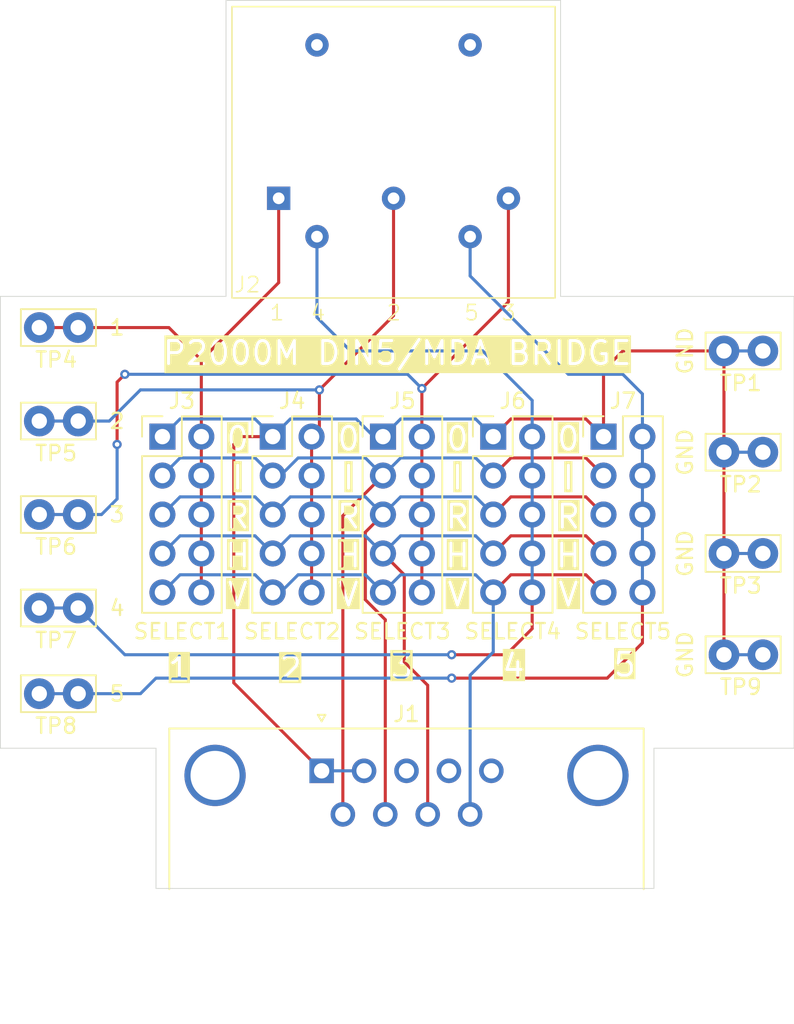
<source format=kicad_pcb>
(kicad_pcb (version 20240108) (generator "pcbnew") (generator_version "8.0")
  (layers (0 "F.Cu" signal) (31 "B.Cu" signal) (34 "B.Paste" user) (35 "F.Paste" user) (36 "B.SilkS" user "B.Silkscreen") (37 "F.SilkS" user "F.Silkscreen") (38 "B.Mask" user) (39 "F.Mask" user) (44 "Edge.Cuts" user))
  (net 0 "")
  (net 1 "1")
  (net 2 "GND")
  (net 3 "H")
  (net 4 "I")
  (net 5 "P")
  (net 6 "V")
  (net 7 "2")
  (net 8 "3")
  (net 9 "4")
  (net 10 "5")
  (footprint "Connector_PinHeader_2.54mm:PinHeader_2x05_P2.54mm_Vertical" (layer "F.Cu") (at 49.452 47.752)
    (property "Reference" "J6" (at 1.27 -2.33 0) (layer "F.SilkS"))
    (property "Value" "SELECT4" (at 1.27 12.7 0) (layer "F.SilkS"))
    (fp_line (start -1.33 -1.33) (end 0 -1.33) (stroke (width 0.12)) (layer "F.SilkS"))
    (fp_line (start -1.33 0) (end -1.33 -1.33) (stroke (width 0.12)) (layer "F.SilkS"))
    (fp_line (start -1.33 1.27) (end -1.33 11.49) (stroke (width 0.12)) (layer "F.SilkS"))
    (fp_line (start -1.33 1.27) (end 1.27 1.27) (stroke (width 0.12)) (layer "F.SilkS"))
    (fp_line (start -1.33 11.49) (end 3.87 11.49) (stroke (width 0.12)) (layer "F.SilkS"))
    (fp_line (start 1.27 -1.33) (end 3.87 -1.33) (stroke (width 0.12)) (layer "F.SilkS"))
    (fp_line (start 1.27 1.27) (end 1.27 -1.33) (stroke (width 0.12)) (layer "F.SilkS"))
    (fp_line (start 3.87 -1.33) (end 3.87 11.49) (stroke (width 0.12)) (layer "F.SilkS"))
    (pad "1" thru_hole rect (at 0 0) (size 1.7 1.7) (drill 1) (layers "*.Cu" "*.Mask") (net 2 "GND"))
    (pad "2" thru_hole oval (at 2.54 0) (size 1.7 1.7) (drill 1) (layers "*.Cu" "*.Mask") (net 9 "4"))
    (pad "3" thru_hole oval (at 0 2.54) (size 1.7 1.7) (drill 1) (layers "*.Cu" "*.Mask") (net 4 "I"))
    (pad "4" thru_hole oval (at 2.54 2.54) (size 1.7 1.7) (drill 1) (layers "*.Cu" "*.Mask") (net 9 "4"))
    (pad "5" thru_hole oval (at 0 5.08) (size 1.7 1.7) (drill 1) (layers "*.Cu" "*.Mask") (net 5 "P"))
    (pad "6" thru_hole oval (at 2.54 5.08) (size 1.7 1.7) (drill 1) (layers "*.Cu" "*.Mask") (net 9 "4"))
    (pad "7" thru_hole oval (at 0 7.62) (size 1.7 1.7) (drill 1) (layers "*.Cu" "*.Mask") (net 3 "H"))
    (pad "8" thru_hole oval (at 2.54 7.62) (size 1.7 1.7) (drill 1) (layers "*.Cu" "*.Mask") (net 9 "4"))
    (pad "9" thru_hole oval (at 0 10.16) (size 1.7 1.7) (drill 1) (layers "*.Cu" "*.Mask") (net 6 "V"))
    (pad "10" thru_hole oval (at 2.54 10.16) (size 1.7 1.7) (drill 1) (layers "*.Cu" "*.Mask") (net 9 "4"))
  )
  (footprint "TestPoint:TestPoint_Bridge_Pitch2.54mm_Drill1.0mm" (layer "F.Cu") (at 64.516 48.768)
    (property "Reference" "TP2" (at 1.1 2.1 0) (layer "F.SilkS"))
    (property "Value" "GND" (at -2.54 0 90) (layer "F.SilkS"))
    (fp_line (start -1.2 -1.2) (end -1.2 1.2) (stroke (width 0.12)) (layer "F.SilkS"))
    (fp_line (start -1.2 1.2) (end 3.7 1.2) (stroke (width 0.12)) (layer "F.SilkS"))
    (fp_line (start 3.7 -1.2) (end -1.2 -1.2) (stroke (width 0.12)) (layer "F.SilkS"))
    (fp_line (start 3.7 1.2) (end 3.7 -1.2) (stroke (width 0.12)) (layer "F.SilkS"))
    (pad "1" thru_hole circle (at 0 0) (size 2 2) (drill 1) (layers "*.Cu" "*.Mask") (net 2 "GND"))
    (pad "1" thru_hole circle (at 2.54 0) (size 2 2) (drill 1) (layers "*.Cu" "*.Mask") (net 2 "GND"))
  )
  (footprint "TestPoint:TestPoint_Bridge_Pitch2.54mm_Drill1.0mm" (layer "F.Cu") (at 19.812 64.516)
    (property "Reference" "TP8" (at 1.1 2.1 0) (layer "F.SilkS"))
    (property "Value" "5" (at 5.08 0 0) (layer "F.SilkS"))
    (fp_line (start -1.2 -1.2) (end -1.2 1.2) (stroke (width 0.12)) (layer "F.SilkS"))
    (fp_line (start -1.2 1.2) (end 3.7 1.2) (stroke (width 0.12)) (layer "F.SilkS"))
    (fp_line (start 3.7 -1.2) (end -1.2 -1.2) (stroke (width 0.12)) (layer "F.SilkS"))
    (fp_line (start 3.7 1.2) (end 3.7 -1.2) (stroke (width 0.12)) (layer "F.SilkS"))
    (pad "1" thru_hole circle (at 0 0) (size 2 2) (drill 1) (layers "*.Cu" "*.Mask") (net 10 "5"))
    (pad "1" thru_hole circle (at 2.54 0) (size 2 2) (drill 1) (layers "*.Cu" "*.Mask") (net 10 "5"))
  )
  (footprint "Connector_PinHeader_2.54mm:PinHeader_2x05_P2.54mm_Vertical" (layer "F.Cu") (at 56.652 47.752)
    (property "Reference" "J7" (at 1.27 -2.33 0) (layer "F.SilkS"))
    (property "Value" "SELECT5" (at 1.27 12.7 0) (layer "F.SilkS"))
    (fp_line (start -1.33 -1.33) (end 0 -1.33) (stroke (width 0.12)) (layer "F.SilkS"))
    (fp_line (start -1.33 0) (end -1.33 -1.33) (stroke (width 0.12)) (layer "F.SilkS"))
    (fp_line (start -1.33 1.27) (end -1.33 11.49) (stroke (width 0.12)) (layer "F.SilkS"))
    (fp_line (start -1.33 1.27) (end 1.27 1.27) (stroke (width 0.12)) (layer "F.SilkS"))
    (fp_line (start -1.33 11.49) (end 3.87 11.49) (stroke (width 0.12)) (layer "F.SilkS"))
    (fp_line (start 1.27 -1.33) (end 3.87 -1.33) (stroke (width 0.12)) (layer "F.SilkS"))
    (fp_line (start 1.27 1.27) (end 1.27 -1.33) (stroke (width 0.12)) (layer "F.SilkS"))
    (fp_line (start 3.87 -1.33) (end 3.87 11.49) (stroke (width 0.12)) (layer "F.SilkS"))
    (pad "1" thru_hole rect (at 0 0) (size 1.7 1.7) (drill 1) (layers "*.Cu" "*.Mask") (net 2 "GND"))
    (pad "2" thru_hole oval (at 2.54 0) (size 1.7 1.7) (drill 1) (layers "*.Cu" "*.Mask") (net 10 "5"))
    (pad "3" thru_hole oval (at 0 2.54) (size 1.7 1.7) (drill 1) (layers "*.Cu" "*.Mask") (net 4 "I"))
    (pad "4" thru_hole oval (at 2.54 2.54) (size 1.7 1.7) (drill 1) (layers "*.Cu" "*.Mask") (net 10 "5"))
    (pad "5" thru_hole oval (at 0 5.08) (size 1.7 1.7) (drill 1) (layers "*.Cu" "*.Mask") (net 5 "P"))
    (pad "6" thru_hole oval (at 2.54 5.08) (size 1.7 1.7) (drill 1) (layers "*.Cu" "*.Mask") (net 10 "5"))
    (pad "7" thru_hole oval (at 0 7.62) (size 1.7 1.7) (drill 1) (layers "*.Cu" "*.Mask") (net 3 "H"))
    (pad "8" thru_hole oval (at 2.54 7.62) (size 1.7 1.7) (drill 1) (layers "*.Cu" "*.Mask") (net 10 "5"))
    (pad "9" thru_hole oval (at 0 10.16) (size 1.7 1.7) (drill 1) (layers "*.Cu" "*.Mask") (net 6 "V"))
    (pad "10" thru_hole oval (at 2.54 10.16) (size 1.7 1.7) (drill 1) (layers "*.Cu" "*.Mask") (net 10 "5"))
  )
  (footprint "TestPoint:TestPoint_Bridge_Pitch2.54mm_Drill1.0mm" (layer "F.Cu") (at 64.516 55.372)
    (property "Reference" "TP3" (at 1.1 2.1 0) (layer "F.SilkS"))
    (property "Value" "GND" (at -2.54 0 90) (layer "F.SilkS"))
    (fp_line (start -1.2 -1.2) (end -1.2 1.2) (stroke (width 0.12)) (layer "F.SilkS"))
    (fp_line (start -1.2 1.2) (end 3.7 1.2) (stroke (width 0.12)) (layer "F.SilkS"))
    (fp_line (start 3.7 -1.2) (end -1.2 -1.2) (stroke (width 0.12)) (layer "F.SilkS"))
    (fp_line (start 3.7 1.2) (end 3.7 -1.2) (stroke (width 0.12)) (layer "F.SilkS"))
    (pad "1" thru_hole circle (at 0 0) (size 2 2) (drill 1) (layers "*.Cu" "*.Mask") (net 2 "GND"))
    (pad "1" thru_hole circle (at 2.54 0) (size 2 2) (drill 1) (layers "*.Cu" "*.Mask") (net 2 "GND"))
  )
  (footprint "TestPoint:TestPoint_Bridge_Pitch2.54mm_Drill1.0mm" (layer "F.Cu") (at 19.812 46.736)
    (property "Reference" "TP5" (at 1.1 2.1 0) (layer "F.SilkS"))
    (property "Value" "2" (at 5.08 0 0) (layer "F.SilkS"))
    (fp_line (start -1.2 -1.2) (end -1.2 1.2) (stroke (width 0.12)) (layer "F.SilkS"))
    (fp_line (start -1.2 1.2) (end 3.7 1.2) (stroke (width 0.12)) (layer "F.SilkS"))
    (fp_line (start 3.7 -1.2) (end -1.2 -1.2) (stroke (width 0.12)) (layer "F.SilkS"))
    (fp_line (start 3.7 1.2) (end 3.7 -1.2) (stroke (width 0.12)) (layer "F.SilkS"))
    (pad "1" thru_hole circle (at 0 0) (size 2 2) (drill 1) (layers "*.Cu" "*.Mask") (net 7 "2"))
    (pad "1" thru_hole circle (at 2.54 0) (size 2 2) (drill 1) (layers "*.Cu" "*.Mask") (net 7 "2"))
  )
  (footprint "Connector_PinHeader_2.54mm:PinHeader_2x05_P2.54mm_Vertical" (layer "F.Cu") (at 27.852 47.752)
    (property "Reference" "J3" (at 1.27 -2.33 0) (layer "F.SilkS"))
    (property "Value" "SELECT1" (at 1.27 12.7 0) (layer "F.SilkS"))
    (fp_line (start -1.33 -1.33) (end 0 -1.33) (stroke (width 0.12)) (layer "F.SilkS"))
    (fp_line (start -1.33 0) (end -1.33 -1.33) (stroke (width 0.12)) (layer "F.SilkS"))
    (fp_line (start -1.33 1.27) (end -1.33 11.49) (stroke (width 0.12)) (layer "F.SilkS"))
    (fp_line (start -1.33 1.27) (end 1.27 1.27) (stroke (width 0.12)) (layer "F.SilkS"))
    (fp_line (start -1.33 11.49) (end 3.87 11.49) (stroke (width 0.12)) (layer "F.SilkS"))
    (fp_line (start 1.27 -1.33) (end 3.87 -1.33) (stroke (width 0.12)) (layer "F.SilkS"))
    (fp_line (start 1.27 1.27) (end 1.27 -1.33) (stroke (width 0.12)) (layer "F.SilkS"))
    (fp_line (start 3.87 -1.33) (end 3.87 11.49) (stroke (width 0.12)) (layer "F.SilkS"))
    (pad "1" thru_hole rect (at 0 0) (size 1.7 1.7) (drill 1) (layers "*.Cu" "*.Mask") (net 2 "GND"))
    (pad "2" thru_hole oval (at 2.54 0) (size 1.7 1.7) (drill 1) (layers "*.Cu" "*.Mask") (net 1 "1"))
    (pad "3" thru_hole oval (at 0 2.54) (size 1.7 1.7) (drill 1) (layers "*.Cu" "*.Mask") (net 4 "I"))
    (pad "4" thru_hole oval (at 2.54 2.54) (size 1.7 1.7) (drill 1) (layers "*.Cu" "*.Mask") (net 1 "1"))
    (pad "5" thru_hole oval (at 0 5.08) (size 1.7 1.7) (drill 1) (layers "*.Cu" "*.Mask") (net 5 "P"))
    (pad "6" thru_hole oval (at 2.54 5.08) (size 1.7 1.7) (drill 1) (layers "*.Cu" "*.Mask") (net 1 "1"))
    (pad "7" thru_hole oval (at 0 7.62) (size 1.7 1.7) (drill 1) (layers "*.Cu" "*.Mask") (net 3 "H"))
    (pad "8" thru_hole oval (at 2.54 7.62) (size 1.7 1.7) (drill 1) (layers "*.Cu" "*.Mask") (net 1 "1"))
    (pad "9" thru_hole oval (at 0 10.16) (size 1.7 1.7) (drill 1) (layers "*.Cu" "*.Mask") (net 6 "V"))
    (pad "10" thru_hole oval (at 2.54 10.16) (size 1.7 1.7) (drill 1) (layers "*.Cu" "*.Mask") (net 1 "1"))
  )
  (footprint "Connector_PinHeader_2.54mm:PinHeader_2x05_P2.54mm_Vertical" (layer "F.Cu") (at 35.052 47.752)
    (property "Reference" "J4" (at 1.27 -2.33 0) (layer "F.SilkS"))
    (property "Value" "SELECT2" (at 1.27 12.7 0) (layer "F.SilkS"))
    (fp_line (start -1.33 -1.33) (end 0 -1.33) (stroke (width 0.12)) (layer "F.SilkS"))
    (fp_line (start -1.33 0) (end -1.33 -1.33) (stroke (width 0.12)) (layer "F.SilkS"))
    (fp_line (start -1.33 1.27) (end -1.33 11.49) (stroke (width 0.12)) (layer "F.SilkS"))
    (fp_line (start -1.33 1.27) (end 1.27 1.27) (stroke (width 0.12)) (layer "F.SilkS"))
    (fp_line (start -1.33 11.49) (end 3.87 11.49) (stroke (width 0.12)) (layer "F.SilkS"))
    (fp_line (start 1.27 -1.33) (end 3.87 -1.33) (stroke (width 0.12)) (layer "F.SilkS"))
    (fp_line (start 1.27 1.27) (end 1.27 -1.33) (stroke (width 0.12)) (layer "F.SilkS"))
    (fp_line (start 3.87 -1.33) (end 3.87 11.49) (stroke (width 0.12)) (layer "F.SilkS"))
    (pad "1" thru_hole rect (at 0 0) (size 1.7 1.7) (drill 1) (layers "*.Cu" "*.Mask") (net 2 "GND"))
    (pad "2" thru_hole oval (at 2.54 0) (size 1.7 1.7) (drill 1) (layers "*.Cu" "*.Mask") (net 7 "2"))
    (pad "3" thru_hole oval (at 0 2.54) (size 1.7 1.7) (drill 1) (layers "*.Cu" "*.Mask") (net 4 "I"))
    (pad "4" thru_hole oval (at 2.54 2.54) (size 1.7 1.7) (drill 1) (layers "*.Cu" "*.Mask") (net 7 "2"))
    (pad "5" thru_hole oval (at 0 5.08) (size 1.7 1.7) (drill 1) (layers "*.Cu" "*.Mask") (net 5 "P"))
    (pad "6" thru_hole oval (at 2.54 5.08) (size 1.7 1.7) (drill 1) (layers "*.Cu" "*.Mask") (net 7 "2"))
    (pad "7" thru_hole oval (at 0 7.62) (size 1.7 1.7) (drill 1) (layers "*.Cu" "*.Mask") (net 3 "H"))
    (pad "8" thru_hole oval (at 2.54 7.62) (size 1.7 1.7) (drill 1) (layers "*.Cu" "*.Mask") (net 7 "2"))
    (pad "9" thru_hole oval (at 0 10.16) (size 1.7 1.7) (drill 1) (layers "*.Cu" "*.Mask") (net 6 "V"))
    (pad "10" thru_hole oval (at 2.54 10.16) (size 1.7 1.7) (drill 1) (layers "*.Cu" "*.Mask") (net 7 "2"))
  )
  (footprint "Connector_Dsub:DSUB-9_Male_Horizontal_P2.77x2.84mm_EdgePinOffset4.94mm_Housed_MountingHolesOffset7.48mm" (layer "F.Cu") (at 38.2475 69.545)
    (property "Reference" "J1" (at 5.54 -3.7 0) (layer "F.SilkS"))
    (property "Value" "DE9_Receptacle")
    (fp_line (start -9.945 -2.76) (end 21.025 -2.76) (stroke (width 0.12)) (layer "F.SilkS"))
    (fp_line (start -9.945 7.72) (end -9.945 -2.76) (stroke (width 0.12)) (layer "F.SilkS"))
    (fp_line (start -0.25 -3.654338) (end 0.25 -3.654338) (stroke (width 0.12)) (layer "F.SilkS"))
    (fp_line (start 0 -3.221325) (end -0.25 -3.654338) (stroke (width 0.12)) (layer "F.SilkS"))
    (fp_line (start 0.25 -3.654338) (end 0 -3.221325) (stroke (width 0.12)) (layer "F.SilkS"))
    (fp_line (start 21.025 -2.76) (end 21.025 7.72) (stroke (width 0.12)) (layer "F.SilkS"))
    (pad "0" thru_hole circle (at -6.96 0.3) (size 4 4) (drill 3.2) (layers "*.Cu" "*.Mask"))
    (pad "0" thru_hole circle (at 18.04 0.3) (size 4 4) (drill 3.2) (layers "*.Cu" "*.Mask"))
    (pad "1" thru_hole rect (at 0 0) (size 1.6 1.6) (drill 1) (layers "*.Cu" "*.Mask") (net 2 "GND"))
    (pad "2" thru_hole circle (at 2.77 0) (size 1.6 1.6) (drill 1) (layers "*.Cu" "*.Mask") (net 2 "GND"))
    (pad "3" thru_hole circle (at 5.54 0) (size 1.6 1.6) (drill 1) (layers "*.Cu" "*.Mask"))
    (pad "4" thru_hole circle (at 8.31 0) (size 1.6 1.6) (drill 1) (layers "*.Cu" "*.Mask"))
    (pad "5" thru_hole circle (at 11.08 0) (size 1.6 1.6) (drill 1) (layers "*.Cu" "*.Mask"))
    (pad "6" thru_hole circle (at 1.385 2.84) (size 1.6 1.6) (drill 1) (layers "*.Cu" "*.Mask") (net 4 "I"))
    (pad "7" thru_hole circle (at 4.155 2.84) (size 1.6 1.6) (drill 1) (layers "*.Cu" "*.Mask") (net 5 "P"))
    (pad "8" thru_hole circle (at 6.925 2.84) (size 1.6 1.6) (drill 1) (layers "*.Cu" "*.Mask") (net 3 "H"))
    (pad "9" thru_hole circle (at 9.695 2.84) (size 1.6 1.6) (drill 1) (layers "*.Cu" "*.Mask") (net 6 "V"))
  )
  (footprint "Connector_PinHeader_2.54mm:PinHeader_2x05_P2.54mm_Vertical" (layer "F.Cu") (at 42.252 47.752)
    (property "Reference" "J5" (at 1.27 -2.33 0) (layer "F.SilkS"))
    (property "Value" "SELECT3" (at 1.27 12.7 0) (layer "F.SilkS"))
    (fp_line (start -1.33 -1.33) (end 0 -1.33) (stroke (width 0.12)) (layer "F.SilkS"))
    (fp_line (start -1.33 0) (end -1.33 -1.33) (stroke (width 0.12)) (layer "F.SilkS"))
    (fp_line (start -1.33 1.27) (end -1.33 11.49) (stroke (width 0.12)) (layer "F.SilkS"))
    (fp_line (start -1.33 1.27) (end 1.27 1.27) (stroke (width 0.12)) (layer "F.SilkS"))
    (fp_line (start -1.33 11.49) (end 3.87 11.49) (stroke (width 0.12)) (layer "F.SilkS"))
    (fp_line (start 1.27 -1.33) (end 3.87 -1.33) (stroke (width 0.12)) (layer "F.SilkS"))
    (fp_line (start 1.27 1.27) (end 1.27 -1.33) (stroke (width 0.12)) (layer "F.SilkS"))
    (fp_line (start 3.87 -1.33) (end 3.87 11.49) (stroke (width 0.12)) (layer "F.SilkS"))
    (pad "1" thru_hole rect (at 0 0) (size 1.7 1.7) (drill 1) (layers "*.Cu" "*.Mask") (net 2 "GND"))
    (pad "2" thru_hole oval (at 2.54 0) (size 1.7 1.7) (drill 1) (layers "*.Cu" "*.Mask") (net 8 "3"))
    (pad "3" thru_hole oval (at 0 2.54) (size 1.7 1.7) (drill 1) (layers "*.Cu" "*.Mask") (net 4 "I"))
    (pad "4" thru_hole oval (at 2.54 2.54) (size 1.7 1.7) (drill 1) (layers "*.Cu" "*.Mask") (net 8 "3"))
    (pad "5" thru_hole oval (at 0 5.08) (size 1.7 1.7) (drill 1) (layers "*.Cu" "*.Mask") (net 5 "P"))
    (pad "6" thru_hole oval (at 2.54 5.08) (size 1.7 1.7) (drill 1) (layers "*.Cu" "*.Mask") (net 8 "3"))
    (pad "7" thru_hole oval (at 0 7.62) (size 1.7 1.7) (drill 1) (layers "*.Cu" "*.Mask") (net 3 "H"))
    (pad "8" thru_hole oval (at 2.54 7.62) (size 1.7 1.7) (drill 1) (layers "*.Cu" "*.Mask") (net 8 "3"))
    (pad "9" thru_hole oval (at 0 10.16) (size 1.7 1.7) (drill 1) (layers "*.Cu" "*.Mask") (net 6 "V"))
    (pad "10" thru_hole oval (at 2.54 10.16) (size 1.7 1.7) (drill 1) (layers "*.Cu" "*.Mask") (net 8 "3"))
  )
  (footprint "TestPoint:TestPoint_Bridge_Pitch2.54mm_Drill1.0mm" (layer "F.Cu") (at 19.812 58.928)
    (property "Reference" "TP7" (at 1.1 2.1 0) (layer "F.SilkS"))
    (property "Value" "4" (at 5.08 0 0) (layer "F.SilkS"))
    (fp_line (start -1.2 -1.2) (end -1.2 1.2) (stroke (width 0.12)) (layer "F.SilkS"))
    (fp_line (start -1.2 1.2) (end 3.7 1.2) (stroke (width 0.12)) (layer "F.SilkS"))
    (fp_line (start 3.7 -1.2) (end -1.2 -1.2) (stroke (width 0.12)) (layer "F.SilkS"))
    (fp_line (start 3.7 1.2) (end 3.7 -1.2) (stroke (width 0.12)) (layer "F.SilkS"))
    (pad "1" thru_hole circle (at 0 0) (size 2 2) (drill 1) (layers "*.Cu" "*.Mask") (net 9 "4"))
    (pad "1" thru_hole circle (at 2.54 0) (size 2 2) (drill 1) (layers "*.Cu" "*.Mask") (net 9 "4"))
  )
  (footprint "TestPoint:TestPoint_Bridge_Pitch2.54mm_Drill1.0mm" (layer "F.Cu") (at 64.516 42.164)
    (property "Reference" "TP1" (at 1.1 2.1 0) (layer "F.SilkS"))
    (property "Value" "GND" (at -2.54 0 90) (layer "F.SilkS"))
    (fp_line (start -1.2 -1.2) (end -1.2 1.2) (stroke (width 0.12)) (layer "F.SilkS"))
    (fp_line (start -1.2 1.2) (end 3.7 1.2) (stroke (width 0.12)) (layer "F.SilkS"))
    (fp_line (start 3.7 -1.2) (end -1.2 -1.2) (stroke (width 0.12)) (layer "F.SilkS"))
    (fp_line (start 3.7 1.2) (end 3.7 -1.2) (stroke (width 0.12)) (layer "F.SilkS"))
    (pad "1" thru_hole circle (at 0 0) (size 2 2) (drill 1) (layers "*.Cu" "*.Mask") (net 2 "GND"))
    (pad "1" thru_hole circle (at 2.54 0) (size 2 2) (drill 1) (layers "*.Cu" "*.Mask") (net 2 "GND"))
  )
  (footprint "din5-socket:DIN5" (layer "F.Cu") (at 42.9425 32.21)
    (property "Reference" "J2" (at -9.5415 5.636 0) (layer "F.SilkS") (effects (font (thickness 0.1))))
    (property "Value" "DIN-5_180degree")
    (fp_rect (start -10.55 -12.5) (end 10.55 6.5) (stroke (width 0.1)) (fill none) (layer "F.SilkS"))
    (pad "" thru_hole circle (at -5 -10) (size 1.524 1.524) (drill 0.762) (layers "*.Cu" "*.Mask"))
    (pad "" thru_hole circle (at 5 -10) (size 1.524 1.524) (drill 0.762) (layers "*.Cu" "*.Mask"))
    (pad "1" thru_hole rect (at -7.5 0) (size 1.524 1.524) (drill 0.762) (layers "*.Cu" "*.Mask") (net 1 "1"))
    (pad "2" thru_hole circle (at 0 0) (size 1.524 1.524) (drill 0.762) (layers "*.Cu" "*.Mask") (net 7 "2"))
    (pad "3" thru_hole circle (at 7.5 0) (size 1.524 1.524) (drill 0.762) (layers "*.Cu" "*.Mask") (net 8 "3"))
    (pad "4" thru_hole circle (at -5 2.5) (size 1.524 1.524) (drill 0.762) (layers "*.Cu" "*.Mask") (net 9 "4"))
    (pad "5" thru_hole circle (at 5 2.5) (size 1.524 1.524) (drill 0.762) (layers "*.Cu" "*.Mask") (net 10 "5"))
  )
  (footprint "TestPoint:TestPoint_Bridge_Pitch2.54mm_Drill1.0mm" (layer "F.Cu") (at 19.812 52.832)
    (property "Reference" "TP6" (at 1.1 2.1 0) (layer "F.SilkS"))
    (property "Value" "3" (at 5.08 0 0) (layer "F.SilkS"))
    (fp_line (start -1.2 -1.2) (end -1.2 1.2) (stroke (width 0.12)) (layer "F.SilkS"))
    (fp_line (start -1.2 1.2) (end 3.7 1.2) (stroke (width 0.12)) (layer "F.SilkS"))
    (fp_line (start 3.7 -1.2) (end -1.2 -1.2) (stroke (width 0.12)) (layer "F.SilkS"))
    (fp_line (start 3.7 1.2) (end 3.7 -1.2) (stroke (width 0.12)) (layer "F.SilkS"))
    (pad "1" thru_hole circle (at 0 0) (size 2 2) (drill 1) (layers "*.Cu" "*.Mask") (net 8 "3"))
    (pad "1" thru_hole circle (at 2.54 0) (size 2 2) (drill 1) (layers "*.Cu" "*.Mask") (net 8 "3"))
  )
  (footprint "TestPoint:TestPoint_Bridge_Pitch2.54mm_Drill1.0mm" (layer "F.Cu") (at 64.516 61.976)
    (property "Reference" "TP9" (at 1.1 2.1 0) (layer "F.SilkS"))
    (property "Value" "GND" (at -2.54 0 90) (layer "F.SilkS"))
    (fp_line (start -1.2 -1.2) (end -1.2 1.2) (stroke (width 0.12)) (layer "F.SilkS"))
    (fp_line (start -1.2 1.2) (end 3.7 1.2) (stroke (width 0.12)) (layer "F.SilkS"))
    (fp_line (start 3.7 -1.2) (end -1.2 -1.2) (stroke (width 0.12)) (layer "F.SilkS"))
    (fp_line (start 3.7 1.2) (end 3.7 -1.2) (stroke (width 0.12)) (layer "F.SilkS"))
    (pad "1" thru_hole circle (at 0 0) (size 2 2) (drill 1) (layers "*.Cu" "*.Mask") (net 2 "GND"))
    (pad "1" thru_hole circle (at 2.54 0) (size 2 2) (drill 1) (layers "*.Cu" "*.Mask") (net 2 "GND"))
  )
  (footprint "TestPoint:TestPoint_Bridge_Pitch2.54mm_Drill1.0mm" (layer "F.Cu") (at 19.812 40.64)
    (property "Reference" "TP4" (at 1.1 2.1 0) (layer "F.SilkS"))
    (property "Value" "1" (at 5.08 0 0) (layer "F.SilkS"))
    (fp_line (start -1.2 -1.2) (end -1.2 1.2) (stroke (width 0.12)) (layer "F.SilkS"))
    (fp_line (start -1.2 1.2) (end 3.7 1.2) (stroke (width 0.12)) (layer "F.SilkS"))
    (fp_line (start 3.7 -1.2) (end -1.2 -1.2) (stroke (width 0.12)) (layer "F.SilkS"))
    (fp_line (start 3.7 1.2) (end 3.7 -1.2) (stroke (width 0.12)) (layer "F.SilkS"))
    (pad "1" thru_hole circle (at 0 0) (size 2 2) (drill 1) (layers "*.Cu" "*.Mask") (net 1 "1"))
    (pad "1" thru_hole circle (at 2.54 0) (size 2 2) (drill 1) (layers "*.Cu" "*.Mask") (net 1 "1"))
  )
  (gr_line (start 32.004 19.304) (end 32.004 38.608) (stroke (width 0.05)) (layer "Edge.Cuts"))
  (gr_line (start 17.272 68.072) (end 17.272 38.608) (stroke (width 0.05)) (layer "Edge.Cuts"))
  (gr_line (start 53.848 19.304) (end 32.004 19.304) (stroke (width 0.05)) (layer "Edge.Cuts"))
  (gr_line (start 53.848 38.608) (end 53.848 19.304) (stroke (width 0.05)) (layer "Edge.Cuts"))
  (gr_line (start 69.088 68.072) (end 69.088 38.608) (stroke (width 0.05)) (layer "Edge.Cuts"))
  (gr_line (start 32.004 38.608) (end 17.272 38.608) (stroke (width 0.05)) (layer "Edge.Cuts"))
  (gr_line (start 27.432 77.216) (end 59.944 77.216) (stroke (width 0.05)) (layer "Edge.Cuts"))
  (gr_line (start 59.944 77.216) (end 59.944 68.072) (stroke (width 0.05)) (layer "Edge.Cuts"))
  (gr_line (start 59.944 68.072) (end 69.088 68.072) (stroke (width 0.05)) (layer "Edge.Cuts"))
  (gr_line (start 69.088 38.608) (end 53.848 38.608) (stroke (width 0.05)) (layer "Edge.Cuts"))
  (gr_line (start 17.272 68.072) (end 27.432 68.072) (stroke (width 0.05)) (layer "Edge.Cuts"))
  (gr_line (start 27.432 68.072) (end 27.432 77.216) (stroke (width 0.05)) (layer "Edge.Cuts"))
  (gr_text "H" (at 54.356 56.388 0) (layer "F.SilkS" knockout) (effects (font (size 1.5 1.5) (thickness 0.2)) (justify bottom)))
  (gr_text "0" (at 47.117 48.768 0) (layer "F.SilkS" knockout) (effects (font (size 1.5 1.5) (thickness 0.2)) (justify bottom)))
  (gr_text "V" (at 54.356 58.928 0) (layer "F.SilkS" knockout) (effects (font (size 1.5 1.5) (thickness 0.2)) (justify bottom)))
  (gr_text "0" (at 54.356 48.768 0) (layer "F.SilkS" knockout) (effects (font (size 1.5 1.5) (thickness 0.2)) (justify bottom)))
  (gr_text "I" (at 32.766 51.308 0) (layer "F.SilkS" knockout) (effects (font (size 1.5 1.5) (thickness 0.2)) (justify bottom)))
  (gr_text "3" (at 43.4975 63.627 0) (layer "F.SilkS" knockout) (effects (font (size 1.5 1.5) (thickness 0.2)) (justify bottom)))
  (gr_text "V" (at 40.005 58.928 0) (layer "F.SilkS" knockout) (effects (font (size 1.5 1.5) (thickness 0.2)) (justify bottom)))
  (gr_text "0" (at 40.005 48.768 0) (layer "F.SilkS" knockout) (effects (font (size 1.5 1.5) (thickness 0.2)) (justify bottom)))
  (gr_text "2" (at 36.22675 63.754 0) (layer "F.SilkS" knockout) (effects (font (size 1.5 1.5) (thickness 0.2)) (justify bottom)))
  (gr_text "I" (at 54.356 51.308 0) (layer "F.SilkS" knockout) (effects (font (size 1.5 1.5) (thickness 0.2)) (justify bottom)))
  (gr_text "4" (at 37.465 40.259 0) (layer "F.SilkS") (effects (font (size 1 1) (thickness 0.1)) (justify left bottom)))
  (gr_text "R" (at 54.356 53.848 0) (layer "F.SilkS" knockout) (effects (font (size 1.5 1.5) (thickness 0.2)) (justify bottom)))
  (gr_text "3" (at 49.911 40.259 0) (layer "F.SilkS") (effects (font (size 1 1) (thickness 0.1)) (justify left bottom)))
  (gr_text "H" (at 32.766 56.388 0) (layer "F.SilkS" knockout) (effects (font (size 1.5 1.5) (thickness 0.2)) (justify bottom)))
  (gr_text "0" (at 32.766 48.768 0) (layer "F.SilkS" knockout) (effects (font (size 1.5 1.5) (thickness 0.2)) (justify bottom)))
  (gr_text "5" (at 47.498 40.259 0) (layer "F.SilkS") (effects (font (size 1 1) (thickness 0.1)) (justify left bottom)))
  (gr_text "R" (at 32.766 53.848 0) (layer "F.SilkS" knockout) (effects (font (size 1.5 1.5) (thickness 0.2)) (justify bottom)))
  (gr_text "H" (at 47.117 56.388 0) (layer "F.SilkS" knockout) (effects (font (size 1.5 1.5) (thickness 0.2)) (justify bottom)))
  (gr_text "V" (at 47.117 58.928 0) (layer "F.SilkS" knockout) (effects (font (size 1.5 1.5) (thickness 0.2)) (justify bottom)))
  (gr_text "I" (at 40.005 51.308 0) (layer "F.SilkS" knockout) (effects (font (size 1.5 1.5) (thickness 0.2)) (justify bottom)))
  (gr_text "5" (at 58.039 63.5 0) (layer "F.SilkS" knockout) (effects (font (size 1.5 1.5) (thickness 0.2)) (justify bottom)))
  (gr_text "V" (at 32.766 58.928 0) (layer "F.SilkS" knockout) (effects (font (size 1.5 1.5) (thickness 0.2)) (justify bottom)))
  (gr_text "P2000M DIN5/MDA BRIDGE" (at 43.18 43.18 0) (layer "F.SilkS" knockout) (effects (font (size 1.5 1.5) (thickness 0.2)) (justify bottom)))
  (gr_text "1" (at 34.798 40.259 0) (layer "F.SilkS") (effects (font (size 1 1) (thickness 0.1)) (justify left bottom)))
  (gr_text "I" (at 47.117 51.308 0) (layer "F.SilkS" knockout) (effects (font (size 1.5 1.5) (thickness 0.2)) (justify bottom)))
  (gr_text "R" (at 40.005 53.848 0) (layer "F.SilkS" knockout) (effects (font (size 1.5 1.5) (thickness 0.2)) (justify bottom)))
  (gr_text "4" (at 50.76825 63.627 0) (layer "F.SilkS" knockout) (effects (font (size 1.5 1.5) (thickness 0.2)) (justify bottom)))
  (gr_text "R" (at 47.117 53.848 0) (layer "F.SilkS" knockout) (effects (font (size 1.5 1.5) (thickness 0.2)) (justify bottom)))
  (gr_text "H" (at 40.005 56.388 0) (layer "F.SilkS" knockout) (effects (font (size 1.5 1.5) (thickness 0.2)) (justify bottom)))
  (gr_text "1" (at 28.956 63.754 0) (layer "F.SilkS" knockout) (effects (font (size 1.5 1.5) (thickness 0.2)) (justify bottom)))
  (gr_text "2" (at 42.418 40.259 0) (layer "F.SilkS") (effects (font (size 1 1) (thickness 0.1)) (justify left bottom)))
  (segment (start 19.812 40.64) (end 22.352 40.64) (width 0.2) (layer "F.Cu") (net 1))
  (segment (start 30.392 57.912) (end 30.392 47.752) (width 0.2) (layer "F.Cu") (net 1))
  (segment (start 22.352 40.64) (end 28.272 40.64) (width 0.2) (layer "F.Cu") (net 1))
  (segment (start 30.392 42.76) (end 35.4425 37.7095) (width 0.2) (layer "F.Cu") (net 1))
  (segment (start 35.4425 37.7095) (end 35.4425 32.21) (width 0.2) (layer "F.Cu") (net 1))
  (segment (start 30.392 47.752) (end 30.392 42.76) (width 0.2) (layer "F.Cu") (net 1))
  (segment (start 28.272 40.64) (end 30.392 42.76) (width 0.2) (layer "F.Cu") (net 1))
  (segment (start 38.2475 69.545) (end 32.512 63.8095) (width 0.2) (layer "F.Cu") (net 2))
  (segment (start 64.516 61.976) (end 64.516 42.164) (width 0.2) (layer "F.Cu") (net 2))
  (segment (start 56.652 47.752) (end 55.502 46.602) (width 0.2) (layer "F.Cu") (net 2))
  (segment (start 56.652 47.752) (end 56.652 43.424) (width 0.2) (layer "F.Cu") (net 2))
  (segment (start 50.602 46.602) (end 49.452 47.752) (width 0.2) (layer "F.Cu") (net 2))
  (segment (start 33.02 47.752) (end 35.052 47.752) (width 0.2) (layer "F.Cu") (net 2))
  (segment (start 55.502 46.602) (end 50.602 46.602) (width 0.2) (layer "F.Cu") (net 2))
  (segment (start 32.512 63.8095) (end 32.512 48.26) (width 0.2) (layer "F.Cu") (net 2))
  (segment (start 57.912 42.164) (end 64.516 42.164) (width 0.2) (layer "F.Cu") (net 2))
  (segment (start 56.652 43.424) (end 57.912 42.164) (width 0.2) (layer "F.Cu") (net 2))
  (segment (start 32.512 48.26) (end 33.02 47.752) (width 0.2) (layer "F.Cu") (net 2))
  (segment (start 40.506 46.602) (end 36.202 46.602) (width 0.2) (layer "B.Cu") (net 2))
  (segment (start 33.902 46.602) (end 29.002 46.602) (width 0.2) (layer "B.Cu") (net 2))
  (segment (start 41.0175 69.545) (end 38.2475 69.545) (width 0.2) (layer "B.Cu") (net 2))
  (segment (start 48.302 46.602) (end 43.402 46.602) (width 0.2) (layer "B.Cu") (net 2))
  (segment (start 43.402 46.602) (end 42.252 47.752) (width 0.2) (layer "B.Cu") (net 2))
  (segment (start 49.452 47.752) (end 48.302 46.602) (width 0.2) (layer "B.Cu") (net 2))
  (segment (start 67.056 48.768) (end 64.516 48.768) (width 0.2) (layer "B.Cu") (net 2))
  (segment (start 64.516 55.372) (end 67.056 55.372) (width 0.2) (layer "B.Cu") (net 2))
  (segment (start 35.052 47.752) (end 33.902 46.602) (width 0.2) (layer "B.Cu") (net 2))
  (segment (start 41.656 47.752) (end 40.506 46.602) (width 0.2) (layer "B.Cu") (net 2))
  (segment (start 29.002 46.602) (end 27.852 47.752) (width 0.2) (layer "B.Cu") (net 2))
  (segment (start 42.252 47.752) (end 41.656 47.752) (width 0.2) (layer "B.Cu") (net 2))
  (segment (start 64.516 42.164) (end 67.056 42.164) (width 0.2) (layer "B.Cu") (net 2))
  (segment (start 36.202 46.602) (end 35.052 47.752) (width 0.2) (layer "B.Cu") (net 2))
  (segment (start 67.056 61.976) (end 64.516 61.976) (width 0.2) (layer "B.Cu") (net 2))
  (segment (start 45.1725 63.9685) (end 43.642 62.438) (width 0.2) (layer "F.Cu") (net 3))
  (segment (start 49.452 55.372) (end 50.602 54.222) (width 0.2) (layer "F.Cu") (net 3))
  (segment (start 43.642 62.438) (end 43.642 56.762) (width 0.2) (layer "F.Cu") (net 3))
  (segment (start 55.502 54.222) (end 56.652 55.372) (width 0.2) (layer "F.Cu") (net 3))
  (segment (start 50.602 54.222) (end 55.502 54.222) (width 0.2) (layer "F.Cu") (net 3))
  (segment (start 43.642 56.762) (end 42.252 55.372) (width 0.2) (layer "F.Cu") (net 3))
  (segment (start 45.1725 72.385) (end 45.1725 63.9685) (width 0.2) (layer "F.Cu") (net 3))
  (segment (start 27.852 55.372) (end 29.002 54.222) (width 0.2) (layer "B.Cu") (net 3))
  (segment (start 36.202 54.222) (end 41.102 54.222) (width 0.2) (layer "B.Cu") (net 3))
  (segment (start 29.002 54.222) (end 33.902 54.222) (width 0.2) (layer "B.Cu") (net 3))
  (segment (start 35.052 55.372) (end 36.202 54.222) (width 0.2) (layer "B.Cu") (net 3))
  (segment (start 48.302 54.222) (end 49.452 55.372) (width 0.2) (layer "B.Cu") (net 3))
  (segment (start 42.252 55.372) (end 43.402 54.222) (width 0.2) (layer "B.Cu") (net 3))
  (segment (start 41.102 54.222) (end 42.252 55.372) (width 0.2) (layer "B.Cu") (net 3))
  (segment (start 43.402 54.222) (end 48.302 54.222) (width 0.2) (layer "B.Cu") (net 3))
  (segment (start 33.902 54.222) (end 35.052 55.372) (width 0.2) (layer "B.Cu") (net 3))
  (segment (start 50.602 49.142) (end 55.502 49.142) (width 0.2) (layer "F.Cu") (net 4))
  (segment (start 39.6325 72.385) (end 39.6325 52.9115) (width 0.2) (layer "F.Cu") (net 4))
  (segment (start 55.502 49.142) (end 56.652 50.292) (width 0.2) (layer "F.Cu") (net 4))
  (segment (start 39.6325 52.9115) (end 42.252 50.292) (width 0.2) (layer "F.Cu") (net 4))
  (segment (start 49.452 50.292) (end 50.602 49.142) (width 0.2) (layer "F.Cu") (net 4))
  (segment (start 33.902 49.142) (end 35.052 50.292) (width 0.2) (layer "B.Cu") (net 4))
  (segment (start 41.102 49.142) (end 42.252 50.292) (width 0.2) (layer "B.Cu") (net 4))
  (segment (start 29.002 49.142) (end 33.902 49.142) (width 0.2) (layer "B.Cu") (net 4))
  (segment (start 36.71 49.142) (end 41.102 49.142) (width 0.2) (layer "B.Cu") (net 4))
  (segment (start 35.052 50.292) (end 35.56 50.292) (width 0.2) (layer "B.Cu") (net 4))
  (segment (start 42.252 50.292) (end 43.402 49.142) (width 0.2) (layer "B.Cu") (net 4))
  (segment (start 27.852 50.292) (end 29.002 49.142) (width 0.2) (layer "B.Cu") (net 4))
  (segment (start 43.402 49.142) (end 48.302 49.142) (width 0.2) (layer "B.Cu") (net 4))
  (segment (start 48.302 49.142) (end 49.452 50.292) (width 0.2) (layer "B.Cu") (net 4))
  (segment (start 35.56 50.292) (end 36.71 49.142) (width 0.2) (layer "B.Cu") (net 4))
  (segment (start 50.602 51.682) (end 55.502 51.682) (width 0.2) (layer "F.Cu") (net 5))
  (segment (start 41.102 58.388346) (end 41.102 53.982) (width 0.2) (layer "F.Cu") (net 5))
  (segment (start 41.102 53.982) (end 42.252 52.832) (width 0.2) (layer "F.Cu") (net 5))
  (segment (start 42.4025 72.385) (end 42.4025 59.688846) (width 0.2) (layer "F.Cu") (net 5))
  (segment (start 42.4025 59.688846) (end 41.102 58.388346) (width 0.2) (layer "F.Cu") (net 5))
  (segment (start 55.502 51.682) (end 56.652 52.832) (width 0.2) (layer "F.Cu") (net 5))
  (segment (start 49.452 52.832) (end 50.602 51.682) (width 0.2) (layer "F.Cu") (net 5))
  (segment (start 36.202 51.682) (end 41.102 51.682) (width 0.2) (layer "B.Cu") (net 5))
  (segment (start 43.402 51.682) (end 48.302 51.682) (width 0.2) (layer "B.Cu") (net 5))
  (segment (start 42.252 52.832) (end 43.402 51.682) (width 0.2) (layer "B.Cu") (net 5))
  (segment (start 33.902 51.682) (end 35.052 52.832) (width 0.2) (layer "B.Cu") (net 5))
  (segment (start 41.102 51.682) (end 42.252 52.832) (width 0.2) (layer "B.Cu") (net 5))
  (segment (start 27.852 52.832) (end 29.002 51.682) (width 0.2) (layer "B.Cu") (net 5))
  (segment (start 48.302 51.682) (end 49.452 52.832) (width 0.2) (layer "B.Cu") (net 5))
  (segment (start 35.052 52.832) (end 36.202 51.682) (width 0.2) (layer "B.Cu") (net 5))
  (segment (start 29.002 51.682) (end 33.902 51.682) (width 0.2) (layer "B.Cu") (net 5))
  (segment (start 55.502 56.762) (end 56.652 57.912) (width 0.2) (layer "F.Cu") (net 6))
  (segment (start 50.602 56.762) (end 55.502 56.762) (width 0.2) (layer "F.Cu") (net 6))
  (segment (start 49.452 57.912) (end 50.602 56.762) (width 0.2) (layer "F.Cu") (net 6))
  (segment (start 48.302 56.762) (end 49.452 57.912) (width 0.2) (layer "B.Cu") (net 6))
  (segment (start 47.9425 63.3095) (end 49.452 61.8) (width 0.2) (layer "B.Cu") (net 6))
  (segment (start 36.71 56.762) (end 41.102 56.762) (width 0.2) (layer "B.Cu") (net 6))
  (segment (start 42.252 57.912) (end 43.402 56.762) (width 0.2) (layer "B.Cu") (net 6))
  (segment (start 49.452 61.8) (end 49.452 57.912) (width 0.2) (layer "B.Cu") (net 6))
  (segment (start 27.852 57.912) (end 29.002 56.762) (width 0.2) (layer "B.Cu") (net 6))
  (segment (start 35.052 57.912) (end 35.56 57.912) (width 0.2) (layer "B.Cu") (net 6))
  (segment (start 43.402 56.762) (end 48.302 56.762) (width 0.2) (layer "B.Cu") (net 6))
  (segment (start 41.102 56.762) (end 42.252 57.912) (width 0.2) (layer "B.Cu") (net 6))
  (segment (start 47.9425 72.385) (end 47.9425 63.3095) (width 0.2) (layer "B.Cu") (net 6))
  (segment (start 35.56 57.912) (end 36.71 56.762) (width 0.2) (layer "B.Cu") (net 6))
  (segment (start 29.002 56.762) (end 33.902 56.762) (width 0.2) (layer "B.Cu") (net 6))
  (segment (start 33.902 56.762) (end 35.052 57.912) (width 0.2) (layer "B.Cu") (net 6))
  (segment (start 38.1 47.244) (end 38.1 44.704) (width 0.2) (layer "F.Cu") (net 7))
  (segment (start 38.1 44.704) (end 42.9425 39.8615) (width 0.2) (layer "F.Cu") (net 7))
  (segment (start 37.592 47.752) (end 38.1 47.244) (width 0.2) (layer "F.Cu") (net 7))
  (segment (start 37.592 57.912) (end 37.592 47.752) (width 0.2) (layer "F.Cu") (net 7))
  (segment (start 42.9425 39.8615) (end 42.9425 32.21) (width 0.2) (layer "F.Cu") (net 7))
  (via (at 38.1 44.704) (size 0.6) (drill 0.3) (layers "F.Cu" "B.Cu") (net 7))
  (segment (start 19.812 46.736) (end 22.352 46.736) (width 0.2) (layer "B.Cu") (net 7))
  (segment (start 22.352 46.736) (end 24.384 46.736) (width 0.2) (layer "B.Cu") (net 7))
  (segment (start 24.384 46.736) (end 26.416 44.704) (width 0.2) (layer "B.Cu") (net 7))
  (segment (start 26.416 44.704) (end 38.1 44.704) (width 0.2) (layer "B.Cu") (net 7))
  (segment (start 44.792 47.752) (end 44.792 44.616) (width 0.2) (layer "F.Cu") (net 8))
  (segment (start 24.892 44.196) (end 25.4 43.688) (width 0.2) (layer "F.Cu") (net 8))
  (segment (start 44.792 57.912) (end 44.792 47.752) (width 0.2) (layer "F.Cu") (net 8))
  (segment (start 50.4425 38.9655) (end 50.4425 32.21) (width 0.2) (layer "F.Cu") (net 8))
  (segment (start 44.792 44.616) (end 50.4425 38.9655) (width 0.2) (layer "F.Cu") (net 8))
  (segment (start 24.892 48.26) (end 24.892 44.196) (width 0.2) (layer "F.Cu") (net 8))
  (via (at 24.892 48.26) (size 0.6) (drill 0.3) (layers "F.Cu" "B.Cu") (net 8))
  (via (at 44.792 44.616) (size 0.6) (drill 0.3) (layers "F.Cu" "B.Cu") (net 8))
  (via (at 25.4 43.688) (size 0.6) (drill 0.3) (layers "F.Cu" "B.Cu") (net 8))
  (segment (start 24.892 51.816) (end 24.892 48.26) (width 0.2) (layer "B.Cu") (net 8))
  (segment (start 25.4 43.688) (end 43.864 43.688) (width 0.2) (layer "B.Cu") (net 8))
  (segment (start 23.876 52.832) (end 24.892 51.816) (width 0.2) (layer "B.Cu") (net 8))
  (segment (start 43.864 43.688) (end 44.792 44.616) (width 0.2) (layer "B.Cu") (net 8))
  (segment (start 19.812 52.832) (end 22.352 52.832) (width 0.2) (layer "B.Cu") (net 8))
  (segment (start 22.352 52.832) (end 23.876 52.832) (width 0.2) (layer "B.Cu") (net 8))
  (segment (start 46.736 61.976) (end 50.292 61.976) (width 0.2) (layer "F.Cu") (net 9))
  (segment (start 50.292 61.976) (end 51.992 60.276) (width 0.2) (layer "F.Cu") (net 9))
  (segment (start 51.992 60.276) (end 51.992 57.912) (width 0.2) (layer "F.Cu") (net 9))
  (via (at 46.736 61.976) (size 0.6) (drill 0.3) (layers "F.Cu" "B.Cu") (net 9))
  (segment (start 51.992 47.752) (end 51.992 45.388) (width 0.2) (layer "B.Cu") (net 9))
  (segment (start 51.992 57.912) (end 51.992 47.752) (width 0.2) (layer "B.Cu") (net 9))
  (segment (start 19.812 58.928) (end 22.352 58.928) (width 0.2) (layer "B.Cu") (net 9))
  (segment (start 22.352 58.928) (end 25.4 61.976) (width 0.2) (layer "B.Cu") (net 9))
  (segment (start 25.4 61.976) (end 46.736 61.976) (width 0.2) (layer "B.Cu") (net 9))
  (segment (start 40.132 42.164) (end 37.9425 39.9745) (width 0.2) (layer "B.Cu") (net 9))
  (segment (start 37.9425 39.9745) (end 37.9425 34.71) (width 0.2) (layer "B.Cu") (net 9))
  (segment (start 48.768 42.164) (end 40.132 42.164) (width 0.2) (layer "B.Cu") (net 9))
  (segment (start 51.992 45.388) (end 48.768 42.164) (width 0.2) (layer "B.Cu") (net 9))
  (segment (start 56.896 63.5) (end 59.192 61.204) (width 0.2) (layer "F.Cu") (net 10))
  (segment (start 59.192 61.204) (end 59.192 57.912) (width 0.2) (layer "F.Cu") (net 10))
  (segment (start 46.736 63.5) (end 56.896 63.5) (width 0.2) (layer "F.Cu") (net 10))
  (via (at 46.736 63.5) (size 0.6) (drill 0.3) (layers "F.Cu" "B.Cu") (net 10))
  (segment (start 19.812 64.516) (end 22.352 64.516) (width 0.2) (layer "B.Cu") (net 10))
  (segment (start 26.416 64.516) (end 27.432 63.5) (width 0.2) (layer "B.Cu") (net 10))
  (segment (start 27.432 63.5) (end 46.736 63.5) (width 0.2) (layer "B.Cu") (net 10))
  (segment (start 59.192 44.968) (end 57.912 43.688) (width 0.2) (layer "B.Cu") (net 10))
  (segment (start 57.912 43.688) (end 54.356 43.688) (width 0.2) (layer "B.Cu") (net 10))
  (segment (start 54.356 43.688) (end 47.9425 37.2745) (width 0.2) (layer "B.Cu") (net 10))
  (segment (start 59.192 57.912) (end 59.192 47.752) (width 0.2) (layer "B.Cu") (net 10))
  (segment (start 59.192 47.752) (end 59.192 44.968) (width 0.2) (layer "B.Cu") (net 10))
  (segment (start 22.352 64.516) (end 26.416 64.516) (width 0.2) (layer "B.Cu") (net 10))
  (segment (start 47.9425 37.2745) (end 47.9425 34.71) (width 0.2) (layer "B.Cu") (net 10))
)
</source>
